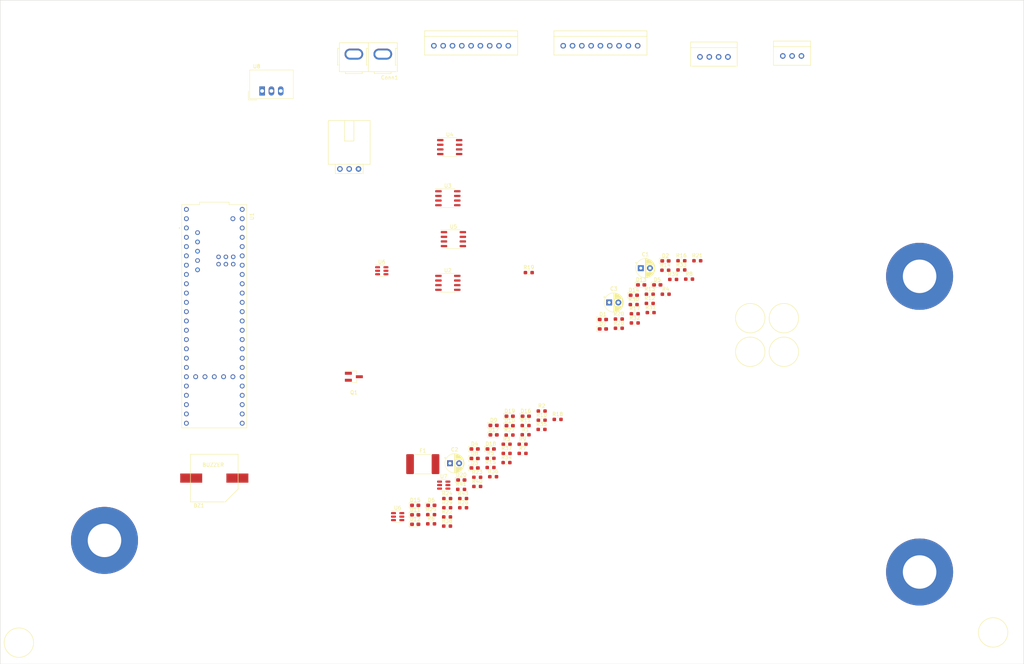
<source format=kicad_pcb>
(kicad_pcb (version 20211014) (generator pcbnew)
  (layers (0 "F.Cu" signal) (31 "B.Cu" signal) (34 "B.Paste" user) (35 "F.Paste" user) (36 "B.SilkS" user "B.Silkscreen") (37 "F.SilkS" user "F.Silkscreen") (38 "B.Mask" user) (39 "F.Mask" user) (44 "Edge.Cuts" user))
  (net 0 "")
  (net 1 "+5V")
  (net 2 "Net-(BZ1-Pad2)")
  (net 3 "Net-(C1-Pad1)")
  (net 4 "GND")
  (net 5 "+3.3V")
  (net 6 "Net-(Conn1-Pad1)")
  (net 7 "Net-(D1-Pad2)")
  (net 8 "Net-(D2-Pad2)")
  (net 9 "Net-(D3-Pad2)")
  (net 10 "Net-(D4-Pad2)")
  (net 11 "Net-(Conn1-Pad2)")
  (net 12 "Net-(D14-Pad1)")
  (net 13 "Net-(D15-Pad1)")
  (net 14 "Net-(D16-Pad1)")
  (net 15 "Net-(D17-Pad1)")
  (net 16 "Net-(D10-Pad1)")
  (net 17 "Net-(D10-Pad2)")
  (net 18 "Net-(D11-Pad2)")
  (net 19 "Net-(F1-Pad1)")
  (net 20 "Net-(F1-Pad2)")
  (net 21 "Net-(J1-Pad2)")
  (net 22 "cell8")
  (net 23 "cell7")
  (net 24 "call6")
  (net 25 "cell5")
  (net 26 "cell4")
  (net 27 "cell3")
  (net 28 "cell2")
  (net 29 "cell1")
  (net 30 "Net-(J4-Pad1)")
  (net 31 "GATE")
  (net 32 "Net-(J4-Pad3)")
  (net 33 "Net-(Q1-Pad2)")
  (net 34 "Net-(R1-Pad1)")
  (net 35 "PACK_OUT")
  (net 36 "Net-(R3-Pad1)")
  (net 37 "Net-(R5-Pad2)")
  (net 38 "Net-(R25-Pad2)")
  (net 39 "Net-(R10-Pad1)")
  (net 40 "Net-(R10-Pad2)")
  (net 41 "Net-(R11-Pad1)")
  (net 42 "Net-(R12-Pad1)")
  (net 43 "Net-(R12-Pad2)")
  (net 44 "Net-(R13-Pad1)")
  (net 45 "Net-(R14-Pad1)")
  (net 46 "Net-(R14-Pad2)")
  (net 47 "Net-(R15-Pad1)")
  (net 48 "Net-(R16-Pad1)")
  (net 49 "Net-(R16-Pad2)")
  (net 50 "Net-(R17-Pad1)")
  (net 51 "Net-(R18-Pad1)")
  (net 52 "Net-(R18-Pad2)")
  (net 53 "Net-(R19-Pad1)")
  (net 54 "Net-(R20-Pad1)")
  (net 55 "Net-(R20-Pad2)")
  (net 56 "Net-(R21-Pad1)")
  (net 57 "Net-(R22-Pad1)")
  (net 58 "Net-(R22-Pad2)")
  (net 59 "Net-(R23-Pad1)")
  (net 60 "Net-(R24-Pad1)")
  (net 61 "Net-(R24-Pad2)")
  (net 63 "Net-(U1-Pad12)")
  (net 64 "Net-(R41-Pad2)")
  (net 65 "Net-(R41-Pad3)")
  (net 66 "Net-(U1-Pad11)")
  (net 67 "Net-(Q10-Pad2)")
  (net 68 "/C1")
  (net 69 "/C2")
  (net 70 "/C3")
  (net 71 "Net-(U1-Pad3.3V_1)")
  (net 72 "/C4")
  (net 73 "/C5")
  (net 75 "/C6")
  (net 76 "/C7")
  (net 77 "/C8")
  (net 97 "Net-(U1-PadGND1)")
  (net 103 "Net-(U1-PadUSB_GND1)")
  (net 108 "Net-(R42-Pad2)")
  (net 109 "Net-(R42-Pad3)")
  (footprint "Resistor_SMD:R_0603_1608Metric_Pad0.98x0.95mm_HandSolder" (layer "F.Cu") (at 219.896 113.888)
    (fp_text reference "R30" (at 0 -1.43) (layer "F.SilkS"))
    (fp_text value "40k")
    (pad "1" smd roundrect (at -0.9125 0) (size 0.975 0.95) (layers "F.Cu" "F.Paste" "F.Mask") (net 14 "Net-(D16-Pad1)"))
    (pad "2" smd roundrect (at 0.9125 0) (size 0.975 0.95) (layers "F.Cu" "F.Paste" "F.Mask") (net 45 "Net-(R14-Pad1)"))
  )
  (footprint "MRDT_Drill_Holes:BATT_PWR_VIA" (layer "F.Cu") (at 297.942 186.944)
    (fp_text reference "V2" hide)
    (fp_text value "BATT_PWR_VIA" hide)
    (pad "1" thru_hole circle locked (at 0 0) (size 18.288 18.288) (drill 9.144) (layers *.Cu *.Mask) (net 11 "Net-(Conn1-Pad2)"))
  )
  (footprint "Resistor_SMD:R_0603_1608Metric_Pad0.98x0.95mm_HandSolder" (layer "F.Cu") (at 173.346 166.878)
    (fp_text reference "R43" (at 0 -1.43) (layer "F.SilkS"))
    (fp_text value "10k")
    (pad "1" smd roundrect (at -0.9125 0) (size 0.975 0.95) (layers "F.Cu" "F.Paste" "F.Mask") (net 4 "GND"))
    (pad "2" smd roundrect (at 0.9125 0) (size 0.975 0.95) (layers "F.Cu" "F.Paste" "F.Mask") (net 35 "PACK_OUT"))
  )
  (footprint "Resistor_SMD:R_0603_1608Metric_Pad0.98x0.95mm_HandSolder" (layer "F.Cu") (at 237.266 101.918)
    (fp_text reference "R21" (at 0 -1.43) (layer "F.SilkS"))
    (fp_text value "31.5k")
    (pad "1" smd roundrect (at -0.9125 0) (size 0.975 0.95) (layers "F.Cu" "F.Paste" "F.Mask") (net 56 "Net-(R21-Pad1)"))
    (pad "2" smd roundrect (at 0.9125 0) (size 0.975 0.95) (layers "F.Cu" "F.Paste" "F.Mask") (net 4 "GND"))
  )
  (footprint "LED_SMD:LED_0603_1608Metric_Pad1.05x0.95mm_HandSolder" (layer "F.Cu") (at 211.491 117.958)
    (fp_text reference "D1" (at 0 -1.43) (layer "F.SilkS"))
    (fp_text value "ERR")
    (pad "1" smd roundrect (at -0.875 0) (size 1.05 0.95) (layers "F.Cu" "F.Paste" "F.Mask") (net 4 "GND"))
    (pad "2" smd roundrect (at 0.875 0) (size 1.05 0.95) (layers "F.Cu" "F.Paste" "F.Mask") (net 7 "Net-(D1-Pad2)"))
  )
  (footprint "Resistor_SMD:R_0603_1608Metric_Pad0.98x0.95mm_HandSolder" (layer "F.Cu") (at 194.786 145.488)
    (fp_text reference "R10" (at 0 -1.43) (layer "F.SilkS"))
    (fp_text value "31.5k")
    (pad "1" smd roundrect (at -0.9125 0) (size 0.975 0.95) (layers "F.Cu" "F.Paste" "F.Mask") (net 39 "Net-(R10-Pad1)"))
    (pad "2" smd roundrect (at 0.9125 0) (size 0.975 0.95) (layers "F.Cu" "F.Paste" "F.Mask") (net 40 "Net-(R10-Pad2)"))
  )
  (footprint "Diode_SMD:D_0603_1608Metric_Pad1.05x0.95mm_HandSolder" (layer "F.Cu") (at 164.651 168.728)
    (fp_text reference "D6" (at 0 -1.43) (layer "F.SilkS"))
    (fp_text value "D_Schottky")
    (pad "1" smd roundrect (at -0.875 0) (size 1.05 0.95) (layers "F.Cu" "F.Paste" "F.Mask") (net 12 "Net-(D14-Pad1)"))
    (pad "2" smd roundrect (at 0.875 0) (size 1.05 0.95) (layers "F.Cu" "F.Paste" "F.Mask") (net 13 "Net-(D15-Pad1)"))
  )
  (footprint "Package_SO:SO-8_3.9x4.9mm_P1.27mm" (layer "F.Cu") (at 169.164 107.95)
    (fp_text reference "U2" (at 0 -3.4) (layer "F.SilkS"))
    (fp_text value "Opamp_Dual")
    (pad "1" smd roundrect (at -2.575 -1.905) (size 1.75 0.6) (layers "F.Cu" "F.Paste" "F.Mask") (net 43 "Net-(R12-Pad2)"))
    (pad "2" smd roundrect (at -2.575 -0.635) (size 1.75 0.6) (layers "F.Cu" "F.Paste" "F.Mask") (net 42 "Net-(R12-Pad1)"))
    (pad "3" smd roundrect (at -2.575 0.635) (size 1.75 0.6) (layers "F.Cu" "F.Paste" "F.Mask") (net 41 "Net-(R11-Pad1)"))
    (pad "4" smd roundrect (at -2.575 1.905) (size 1.75 0.6) (layers "F.Cu" "F.Paste" "F.Mask") (net 4 "GND"))
    (pad "5" smd roundrect (at 2.575 1.905) (size 1.75 0.6) (layers "F.Cu" "F.Paste" "F.Mask") (net 38 "Net-(R25-Pad2)"))
    (pad "6" smd roundrect (at 2.575 0.635) (size 1.75 0.6) (layers "F.Cu" "F.Paste" "F.Mask") (net 39 "Net-(R10-Pad1)"))
    (pad "7" smd roundrect (at 2.575 -0.635) (size 1.75 0.6) (layers "F.Cu" "F.Paste" "F.Mask") (net 40 "Net-(R10-Pad2)"))
    (pad "8" smd roundrect (at 2.575 -1.905) (size 1.75 0.6) (layers "F.Cu" "F.Paste" "F.Mask") (net 1 "+5V"))
  )
  (footprint "Resistor_SMD:R_0603_1608Metric_Pad0.98x0.95mm_HandSolder" (layer "F.Cu") (at 185.216 152.038)
    (fp_text reference "R3" (at 0 -1.43) (layer "F.SilkS"))
    (fp_text value "820")
    (pad "1" smd roundrect (at -0.9125 0) (size 0.975 0.95) (layers "F.Cu" "F.Paste" "F.Mask") (net 36 "Net-(R3-Pad1)"))
    (pad "2" smd roundrect (at 0.9125 0) (size 0.975 0.95) (layers "F.Cu" "F.Paste" "F.Mask") (net 4 "GND"))
  )
  (footprint "Resistor_SMD:R_0603_1608Metric_Pad0.98x0.95mm_HandSolder" (layer "F.Cu") (at 190.396 149.448)
    (fp_text reference "R1" (at 0 -1.43) (layer "F.SilkS"))
    (fp_text value "100K")
    (pad "1" smd roundrect (at -0.9125 0) (size 0.975 0.95) (layers "F.Cu" "F.Paste" "F.Mask") (net 34 "Net-(R1-Pad1)"))
    (pad "2" smd roundrect (at 0.9125 0) (size 0.975 0.95) (layers "F.Cu" "F.Paste" "F.Mask") (net 35 "PACK_OUT"))
  )
  (footprint "Resistor_SMD:R_0603_1608Metric_Pad0.98x0.95mm_HandSolder" (layer "F.Cu") (at 180.826 158.398)
    (fp_text reference "R15" (at 0 -1.43) (layer "F.SilkS"))
    (fp_text value "31.5k")
    (pad "1" smd roundrect (at -0.9125 0) (size 0.975 0.95) (layers "F.Cu" "F.Paste" "F.Mask") (net 47 "Net-(R15-Pad1)"))
    (pad "2" smd roundrect (at 0.9125 0) (size 0.975 0.95) (layers "F.Cu" "F.Paste" "F.Mask") (net 4 "GND"))
  )
  (footprint "Resistor_SMD:R_0603_1608Metric_Pad0.98x0.95mm_HandSolder" (layer "F.Cu") (at 180.826 155.888)
    (fp_text reference "R5" (at 0 -1.43) (layer "F.SilkS"))
    (fp_text value "100")
    (pad "1" smd roundrect (at -0.9125 0) (size 0.975 0.95) (layers "F.Cu" "F.Paste" "F.Mask") (net 7 "Net-(D1-Pad2)"))
    (pad "2" smd roundrect (at 0.9125 0) (size 0.975 0.95) (layers "F.Cu" "F.Paste" "F.Mask") (net 37 "Net-(R5-Pad2)"))
  )
  (footprint "MRDT_Drill_Holes:BATT_PWR_VIA" (layer "F.Cu") (at 297.942 106.172)
    (fp_text reference "V1" hide)
    (fp_text value "BATT_GND_VIA" hide)
    (pad "1" thru_hole circle locked (at 0 0) (size 18.288 18.288) (drill 9.144) (layers *.Cu *.Mask) (net 6 "Net-(Conn1-Pad1)"))
  )
  (footprint "Resistor_SMD:R_0603_1608Metric_Pad0.98x0.95mm_HandSolder" (layer "F.Cu") (at 191.262 105.156)
    (fp_text reference "R19" (at 0 -1.43) (layer "F.SilkS"))
    (fp_text value "31.5k")
    (pad "1" smd roundrect (at -0.9125 0) (size 0.975 0.95) (layers "F.Cu" "F.Paste" "F.Mask") (net 53 "Net-(R19-Pad1)"))
    (pad "2" smd roundrect (at 0.9125 0) (size 0.975 0.95) (layers "F.Cu" "F.Paste" "F.Mask") (net 4 "GND"))
  )
  (footprint "Package_TO_SOT_SMD:SOT-23_Handsoldering" (layer "F.Cu") (at 143.51 133.604)
    (fp_text reference "Q1" (at 0 4.318) (layer "F.SilkS"))
    (fp_text value "Q_NMOS_DGS")
    (pad "1" smd rect (at -1.5 -0.95) (size 1.9 0.8) (layers "F.Cu" "F.Paste" "F.Mask") (net 2 "Net-(BZ1-Pad2)"))
    (pad "2" smd rect (at -1.5 0.95) (size 1.9 0.8) (layers "F.Cu" "F.Paste" "F.Mask") (net 33 "Net-(Q1-Pad2)"))
    (pad "3" smd rect (at 1.5 0) (size 1.9 0.8) (layers "F.Cu" "F.Paste" "F.Mask") (net 4 "GND"))
  )
  (footprint "Resistor_SMD:R_0603_1608Metric_Pad0.98x0.95mm_HandSolder" (layer "F.Cu") (at 168.956 171.898)
    (fp_text reference "R22" (at 0 -1.43) (layer "F.SilkS"))
    (fp_text value "31.5k")
    (pad "1" smd roundrect (at -0.9125 0) (size 0.975 0.95) (layers "F.Cu" "F.Paste" "F.Mask") (net 57 "Net-(R22-Pad1)"))
    (pad "2" smd roundrect (at 0.9125 0) (size 0.975 0.95) (layers "F.Cu" "F.Paste" "F.Mask") (net 58 "Net-(R22-Pad2)"))
  )
  (footprint "Package_SO:SO-8_3.9x4.9mm_P1.27mm" (layer "F.Cu") (at 169.164 84.836)
    (fp_text reference "U3" (at 0 -3.4) (layer "F.SilkS"))
    (fp_text value "Opamp_Dual")
    (pad "1" smd roundrect (at -2.575 -1.905) (size 1.75 0.6) (layers "F.Cu" "F.Paste" "F.Mask") (net 49 "Net-(R16-Pad2)"))
    (pad "2" smd roundrect (at -2.575 -0.635) (size 1.75 0.6) (layers "F.Cu" "F.Paste" "F.Mask") (net 48 "Net-(R16-Pad1)"))
    (pad "3" smd roundrect (at -2.575 0.635) (size 1.75 0.6) (layers "F.Cu" "F.Paste" "F.Mask") (net 47 "Net-(R15-Pad1)"))
    (pad "4" smd roundrect (at -2.575 1.905) (size 1.75 0.6) (layers "F.Cu" "F.Paste" "F.Mask") (net 4 "GND"))
    (pad "5" smd roundrect (at 2.575 1.905) (size 1.75 0.6) (layers "F.Cu" "F.Paste" "F.Mask") (net 44 "Net-(R13-Pad1)"))
    (pad "6" smd roundrect (at 2.575 0.635) (size 1.75 0.6) (layers "F.Cu" "F.Paste" "F.Mask") (net 45 "Net-(R14-Pad1)"))
    (pad "7" smd roundrect (at 2.575 -0.635) (size 1.75 0.6) (layers "F.Cu" "F.Paste" "F.Mask") (net 46 "Net-(R14-Pad2)"))
    (pad "8" smd roundrect (at 2.575 -1.905) (size 1.75 0.6) (layers "F.Cu" "F.Paste" "F.Mask") (net 1 "+5V"))
  )
  (footprint "Resistor_SMD:R_0603_1608Metric_Pad0.98x0.95mm_HandSolder" (layer "F.Cu") (at 232.916 101.918)
    (fp_text reference "R16" (at 0 -1.43) (layer "F.SilkS"))
    (fp_text value "31.5k")
    (pad "1" smd roundrect (at -0.9125 0) (size 0.975 0.95) (layers "F.Cu" "F.Paste" "F.Mask") (net 48 "Net-(R16-Pad1)"))
    (pad "2" smd roundrect (at 0.9125 0) (size 0.975 0.95) (layers "F.Cu" "F.Paste" "F.Mask") (net 49 "Net-(R16-Pad2)"))
  )
  (footprint "Resistor_SMD:R_0603_1608Metric_Pad0.98x0.95mm_HandSolder" (layer "F.Cu") (at 189.566 152.038)
    (fp_text reference "R9" (at 0 -1.43) (layer "F.SilkS"))
    (fp_text value "31.5k")
    (pad "1" smd roundrect (at -0.9125 0) (size 0.975 0.95) (layers "F.Cu" "F.Paste" "F.Mask") (net 38 "Net-(R25-Pad2)"))
    (pad "2" smd roundrect (at 0.9125 0) (size 0.975 0.95) (layers "F.Cu" "F.Paste" "F.Mask") (net 4 "GND"))
  )
  (footprint "MRDT_Shields:Teensy_4_1" (layer "F.Cu") (at 105.41 117.094 -90)
    (fp_text reference "U1" (at -27.305 -10.295 90) (layer "F.SilkS"))
    (fp_text value "Teensy4.1_DEV-16771")
    (pad "0" thru_hole circle (at -26.67 7.62 270) (size 1.308 1.308) (drill 0.8) (layers *.Cu *.Mask) (net 67 "Net-(Q10-Pad2)"))
    (pad "1" thru_hole circle (at -24.13 7.62 270) (size 1.308 1.308) (drill 0.8) (layers *.Cu *.Mask) (net 68 "/C1"))
    (pad "2" thru_hole circle (at -21.59 7.62 270) (size 1.308 1.308) (drill 0.8) (layers *.Cu *.Mask) (net 69 "/C2"))
    (pad "3" thru_hole circle (at -19.05 7.62 270) (size 1.308 1.308) (drill 0.8) (layers *.Cu *.Mask) (net 70 "/C3"))
    (pad "3.3V_1" thru_hole circle (at 6.35 7.62 270) (size 1.308 1.308) (drill 0.8) (layers *.Cu *.Mask) (net 71 "Net-(U1-Pad3.3V_1)"))
    (pad "3.3V_2" thru_hole circle (at -24.13 -7.62 270) (size 1.308 1.308) (drill 0.8) (layers *.Cu *.Mask) (net 71 "Net-(U1-Pad3.3V_1)"))
    (pad "3.3V_3" thru_hole circle (at 16.51 2.54 270) (size 1.308 1.308) (drill 0.8) (layers *.Cu *.Mask) (net 71 "Net-(U1-Pad3.3V_1)"))
    (pad "4" thru_hole circle (at -16.51 7.62 270) (size 1.308 1.308) (drill 0.8) (layers *.Cu *.Mask) (net 72 "/C4"))
    (pad "5" thru_hole circle (at -13.97 7.62 270) (size 1.308 1.308) (drill 0.8) (layers *.Cu *.Mask) (net 73 "/C5"))
    (pad "5V" thru_hole circle (at -22.86 4.57 270) (size 1.258 1.258) (drill 0.75) (layers *.Cu *.Mask))
    (pad "6" thru_hole circle (at -11.43 7.62 270) (size 1.308 1.308) (drill 0.8) (layers *.Cu *.Mask) (net 75 "/C6"))
    (pad "7" thru_hole circle (at -8.89 7.62 270) (size 1.308 1.308) (drill 0.8) (layers *.Cu *.Mask) (net 76 "/C7"))
    (pad "8" thru_hole circle (at -6.35 7.62 270) (size 1.308 1.308) (drill 0.8) (layers *.Cu *.Mask) (net 77 "/C8"))
    (pad "9" thru_hole circle (at -3.81 7.62 270) (size 1.308 1.308) (drill 0.8) (layers *.Cu *.Mask))
    (pad "10" thru_hole circle (at -1.27 7.62 270) (size 1.308 1.308) (drill 0.8) (layers *.Cu *.Mask))
    (pad "11" thru_hole circle (at 1.27 7.62 270) (size 1.308 1.308) (drill 0.8) (layers *.Cu *.Mask))
    (pad "12" thru_hole circle (at 3.81 7.62 270) (size 1.308 1.308) (drill 0.8) (layers *.Cu *.Mask) (net 63 "Net-(U1-Pad12)"))
    (pad "13" thru_hole circle (at 3.81 -7.62 270) (size 1.308 1.308) (drill 0.8) (layers *.Cu *.Mask))
    (pad "14" thru_hole circle (at 1.27 -7.62 270) (size 1.308 1.308) (drill 0.8) (layers *.Cu *.Mask))
    (pad "15" thru_hole circle (at -1.27 -7.62 270) (size 1.308 1.308) (drill 0.8) (layers *.Cu *.Mask))
    (pad "16" thru_hole circle (at -3.81 -7.62 270) (size 1.308 1.308) (drill 0.8) (layers *.Cu *.Mask))
    (pad "17" thru_hole circle (at -6.35 -7.62 270) (size 1.308 1.308) (drill 0.8) (layers *.Cu *.Mask))
    (pad "18" thru_hole circle (at -8.89 -7.62 270) (size 1.308 1.308) (drill 0.8) (layers *.Cu *.Mask))
    (pad "19" thru_hole circle (at -11.43 -7.62 270) (size 1.308 1.308) (drill 0.8) (layers *.Cu *.Mask) (net 34 "Net-(R1-Pad1)"))
    (pad "20" thru_hole circle (at -13.97 -7.62 270) (size 1.308 1.308) (drill 0.8) (layers *.Cu *.Mask) (net 33 "Net-(Q1-Pad2)"))
    (pad "21" thru_hole circle (at -16.51 -7.62 270) (size 1.308 1.308) (drill 0.8) (layers *.Cu *.Mask) (net 21 "Net-(J1-Pad2)"))
    (pad "22" thru_hole circle (at -19.05 -7.62 270) (size 1.308 1.308) (drill 0.8) (layers *.Cu *.Mask) (net 37 "Net-(R5-Pad2)"))
    (pad "23" thru_hole circle (at -21.59 -7.62 270) (size 1.308 1.308) (drill 0.8) (layers *.Cu *.Mask) (net 61 "Net-(R24-Pad2)"))
    (pad "24" thru_hole circle (at 8.89 7.62 270) (size 1.308 1.308) (drill 0.8) (layers *.Cu *.Mask) (net 58 "Net-(R22-Pad2)"))
    (pad "25" thru_hole circle (at 11.43 7.62 270) (size 1.308 1.308) (drill 0.8) (layers *.Cu *.Mask) (net 55 "Net-(R20-Pad2)"))
    (pad "26" thru_hole circle (at 13.97 7.62 270) (size 1.308 1.308) (drill 0.8) (layers *.Cu *.Mask) (net 52 "Net-(R18-Pad2)"))
    (pad "27" thru_hole circle (at 16.51 7.62 270) (size 1.308 1.308) (drill 0.8) (layers *.Cu *.Mask) (net 49 "Net-(R16-Pad2)"))
    (pad "28" thru_hole circle (at 19.05 7.62 270) (size 1.308 1.308) (drill 0.8) (layers *.Cu *.Mask))
    (pad "29" thru_hole circle (at 21.59 7.62 270) (size 1.308 1.308) (drill 0.8) (layers *.Cu *.Mask))
    (pad "30" thru_hole circle (at 24.13 7.62 270) (size 1.308 1.308) (drill 0.8) (layers *.Cu *.Mask))
    (pad "31" thru_hole circle (at 26.67 7.62 270) (size 1.308 1.308) (drill 0.8) (layers *.Cu *.Mask))
    (pad "32" thru_hole circle (at 29.21 7.62 270) (size 1.308 1.308) (drill 0.8) (layers *.Cu *.Mask))
    (pad "33" thru_hole circle (at 29.21 -7.62 270) (size 1.308 1.308) (drill 0.8) (layers *.Cu *.Mask))
    (pad "34" thru_hole circle (at 26.67 -7.62 270) (size 1.308 1.308) (drill 0.8) (layers *.Cu *.Mask))
    (pad "35" thru_hole circle (at 24.13 -7.62 270) (size 1.308 1.308) (drill 0.8) (layers *.Cu *.Mask))
    (pad "36" thru_hole circle (at 21.59 -7.62 270) (size 1.308 1.308) (drill 0.8) (layers *.Cu *.Mask))
    (pad "37" thru_hole circle (at 19.05 -7.62 270) (size 1.308 1.308) (drill 0.8) (layers *.Cu *.Mask))
    (pad "38" thru_hole circle (at 16.51 -7.62 270) (size 1.308 1.308) (drill 0.8) (layers *.Cu *.Mask) (net 46 "Net-(R14-Pad2)"))
    (pad "39" thru_hole circle (at 13.97 -7.62 270) (size 1.308 1.308) (drill 0.8) (layers *.Cu *.Mask) (net 43 "Net-(R12-Pad2)"))
    (pad "40" thru_hole circle (at 11.43 -7.62 270) (size 1.308 1.308) (drill 0.8) (layers *.Cu *.Mask) (net 40 "Net-(R10-Pad2)"))
    (pad "41" thru_hole circle (at 8.89 -7.62 270) (size 1.308 1.308) (drill 0.8) (layers *.Cu *.Mask) (net 31 "GATE"))
    (pad "D+" thru_hole circle (at -17.78 4.57 270) (size 1.258 1.258) (drill 0.75) (layers *.Cu *.Mask))
    (pad "D-" thru_hole circle (at -20.32 4.57 270) (size 1.258 1.258) (drill 0.75) (layers *.Cu *.Mask))
    (pad "GND1" thru_hole circle (at -29.21 7.62 270) (size 1.308 1.308) (drill 0.8) (layers *.Cu *.Mask) (net 97 "Net-(U1-PadGND1)"))
    (pad "GND2" thru_hole circle (at 6.35 -7.62 270) (size 1.308 1.308) (drill 0.8) (layers *.Cu *.Mask) (net 97 "Net-(U1-PadGND1)"))
    (pad "GND3" thru_hole circle (at -26.67 -7.62 270) (size 1.308 1.308) (drill 0.8) (layers *.Cu *.Mask) (net 97 "Net-(U1-PadGND1)"))
    (pad "GND4" thru_hole circle (at 16.51 0 270) (size 1.308 1.308) (drill 0.8) (layers *.Cu *.Mask) (net 97 "Net-(U1-PadGND1)"))
    (pad "GND5" thru_hole circle (at -14.24 -3.17 270) (size 1.208 1.208) (drill 0.7) (layers *.Cu *.Mask) (net 97 "Net-(U1-PadGND1)"))
    (pad "LED" thru_hole circle (at -16.24 -3.17 270) (size 1.208 1.208) (drill 0.7) (layers *.Cu *.Mask))
    (pad "ON/OFF" thru_hole circle (at 16.51 -5.08 270) (size 1.308 1.308) (drill 0.8) (layers *.Cu *.Mask))
    (pad "PROGRAM" thru_hole circle (at 16.51 -2.54 270) (size 1.308 1.308) (drill 0.8) (layers *.Cu *.Mask))
    (pad "R+" thru_hole circle (at -16.24 -5.17 270) (size 1.208 1.208) (drill 0.7) (layers *.Cu *.Mask))
    (pad "R-" thru_hole circle (at -14.24 -5.17 270) (size 1.208 1.208) (drill 0.7) (layers *.Cu *.Mask))
    (pad "T+" thru_hole circle (at -14.24 -1.17 270) (size 1.208 1.208) (drill 0.7) (layers *.Cu *.Mask))
    (pad "T-" thru_hole circle (at -16.24 -1.17 270) (size 1.208 1.208) (drill 0.7) (layers *.Cu *.Mask))
    (pad "USB_GND1" thru_hole circle (at -15.24 4.57 270) (size 1.258 1.258) (drill 0.75) (layers *.Cu *.Mask) (net 103 "Net-(U1-PadUSB_GND1)"))
    (pad "USB_GND2" thru_hole circle (at -12.7 4.57 270) (size 1.258 1.258) (drill 0.75) (layers *.Cu *.Mask) (net 103 "Net-(U1-PadUSB_GND1)"))
    (pad "VBAT" thru_hole circle (at 16.51 5.08 270) (size 1.308 1.308) (drill 0.8) (layers *.Cu *.Mask))
    (pad "VIN" thru_hole circle (at -29.21 -7.62 270) (size 1.308 1.308) (drill 0.8) (layers *.Cu *.Mask))
    (pad "VUSB" thru_hole circle (at -26.67 -5.08 270) (size 1.308 1.308) (drill 0.8) (layers *.Cu *.Mask))
  )
  (footprint "Diode_SMD:D_0603_1608Metric_Pad1.05x0.95mm_HandSolder" (layer "F.Cu") (at 181.661 149.478)
    (fp_text reference "D17" (at 0 -1.43) (layer "F.SilkS"))
    (fp_text value "D_Zener")
    (pad "1" smd roundrect (at -0.875 0) (size 1.05 0.95) (layers "F.Cu" "F.Paste" "F.Mask") (net 15 "Net-(D17-Pad1)"))
    (pad "2" smd roundrect (at 0.875 0) (size 1.05 0.95) (layers "F.Cu" "F.Paste" "F.Mask") (net 4 "GND"))
  )
  (footprint "Capacitor_THT:CP_Radial_D5.0mm_P2.50mm" (layer "F.Cu") (at 221.835775 103.938)
    (fp_text reference "C1" (at 1.25 -3.75) (layer "F.SilkS"))
    (fp_text value "22uF")
    (pad "1" thru_hole rect (at 0 0) (size 1.6 1.6) (drill 0.8) (layers *.Cu *.Mask) (net 3 "Net-(C1-Pad1)"))
    (pad "2" thru_hole circle (at 2.5 0) (size 1.6 1.6) (drill 0.8) (layers *.Cu *.Mask) (net 4 "GND"))
  )
  (footprint "Resistor_SMD:R_0603_1608Metric_Pad0.98x0.95mm_HandSolder" (layer "F.Cu") (at 168.996 166.878)
    (fp_text reference "R24" (at 0 -1.43) (layer "F.SilkS"))
    (fp_text value "31.5k")
    (pad "1" smd roundrect (at -0.9125 0) (size 0.975 0.95) (layers "F.Cu" "F.Paste" "F.Mask") (net 60 "Net-(R24-Pad1)"))
    (pad "2" smd roundrect (at 0.9125 0) (size 0.975 0.95) (layers "F.Cu" "F.Paste" "F.Mask") (net 61 "Net-(R24-Pad2)"))
  )
  (footprint "MRDT_Connectors:MOLEX_SL_03_Vertical" (layer "F.Cu") (at 260.604 45.974)
    (fp_text reference "J1" hide)
    (fp_text value "Conn_01x03")
    (pad "1" thru_hole circle locked (at 0 0) (size 1.524 1.524) (drill 0.9) (layers *.Cu *.Mask) (net 5 "+3.3V"))
    (pad "2" thru_hole circle locked (at 2.54 0) (size 1.524 1.524) (drill 0.9) (layers *.Cu *.Mask) (net 21 "Net-(J1-Pad2)"))
    (pad "3" thru_hole circle locked (at 5.08 0) (size 1.524 1.524) (drill 0.9) (layers *.Cu *.Mask) (net 4 "GND"))
  )
  (footprint "Diode_SMD:D_0603_1608Metric_Pad1.05x0.95mm_HandSolder" (layer "F.Cu") (at 190.441 144.388)
    (fp_text reference "D16" (at 0 -1.43) (layer "F.SilkS"))
    (fp_text value "D_Zener")
    (pad "1" smd roundrect (at -0.875 0) (size 1.05 0.95) (layers "F.Cu" "F.Paste" "F.Mask") (net 14 "Net-(D16-Pad1)"))
    (pad "2" smd roundrect (at 0.875 0) (size 1.05 0.95) (layers "F.Cu" "F.Paste" "F.Mask") (net 4 "GND"))
  )
  (footprint "Resistor_SMD:R_0603_1608Metric_Pad0.98x0.95mm_HandSolder" (layer "F.Cu") (at 177.186 161.068)
    (fp_text reference "R23" (at 0 -1.43) (layer "F.SilkS"))
    (fp_text value "31.5k")
    (pad "1" smd roundrect (at -0.9125 0) (size 0.975 0.95) (layers "F.Cu" "F.Paste" "F.Mask") (net 59 "Net-(R23-Pad1)"))
    (pad "2" smd roundrect (at 0.9125 0) (size 0.975 0.95) (layers "F.Cu" "F.Paste" "F.Mask") (net 4 "GND"))
  )
  (footprint "Capacitor_THT:CP_Radial_D5.0mm_P2.50mm" (layer "F.Cu") (at 213.205775 113.318)
    (fp_text reference "C3" (at 1.25 -3.75) (layer "F.SilkS"))
    (fp_text value "10uF")
    (pad "1" thru_hole rect (at 0 0) (size 1.6 1.6) (drill 0.8) (layers *.Cu *.Mask) (net 5 "+3.3V"))
    (pad "2" thru_hole circle (at 2.5 0) (size 1.6 1.6) (drill 0.8) (layers *.Cu *.Mask) (net 4 "GND"))
  )
  (footprint "Package_TO_SOT_SMD:SOT-23-6" (layer "F.Cu") (at 168.046 163.208)
    (fp_text reference "U7" (at 0 -2.4) (layer "F.SilkS"))
    (fp_text value "INA195")
    (pad "1" smd roundrect (at -1.1375 -0.95) (size 1.325 0.6) (layers "F.Cu" "F.Paste" "F.Mask") (net 66 "Net-(U1-Pad11)"))
    (pad "2" smd roundrect (at -1.1375 0) (size 1.325 0.6) (layers "F.Cu" "F.Paste" "F.Mask") (net 4 "GND"))
    (pad "3" smd roundrect (at -1.1375 0.95) (size 1.325 0.6) (layers "F.Cu" "F.Paste" "F.Mask") (net 65 "Net-(R41-Pad3)"))
    (pad "4" smd roundrect (at 1.1375 0.95) (size 1.325 0.6) (layers "F.Cu" "F.Paste" "F.Mask") (net 64 "Net-(R41-Pad2)"))
    (pad "5" smd roundrect (at 1.1375 0) (size 1.325 0.6) (layers "F.Cu" "F.Paste" "F.Mask") (net 5 "+3.3V"))
    (pad "6" smd roundrect (at 1.1375 -0.95) (size 1.325 0.6) (layers "F.Cu" "F.Paste" "F.Mask"))
  )
  (footprint "Resistor_SMD:R_0603_1608Metric_Pad0.98x0.95mm_HandSolder" (layer "F.Cu") (at 199.136 145.258)
    (fp_text reference "R18" (at 0 -1.43) (layer "F.SilkS"))
    (fp_text value "31.5k")
    (pad "1" smd roundrect (at -0.9125 0) (size 0.975 0.95) (layers "F.Cu" "F.Paste" "F.Mask") (net 51 "Net-(R18-Pad1)"))
    (pad "2" smd roundrect (at 0.9125 0) (size 0.975 0.95) (layers "F.Cu" "F.Paste" "F.Mask") (net 52 "Net-(R18-Pad2)"))
  )
  (footprint "MRDT_Drill_Holes:4_40_Hole" (layer "F.Cu") (at 251.714 126.782)
    (fp_text reference "H5" hide)
    (fp_text value "MountingHole" hide)
    (pad "" np_thru_hole circle locked (at 0 0) (size 2.9464 2.9464) (drill 2.9464) (layers *.Cu *.Mask) (clearance 2.5))
  )
  (footprint "Resistor_SMD:R_0603_1608Metric_Pad0.98x0.95mm_HandSolder" (layer "F.Cu") (at 168.956 174.408)
    (fp_text reference "R38" (at 0 -1.43) (layer "F.SilkS"))
    (fp_text value "40k")
    (pad "1" smd roundrect (at -0.9125 0) (size 0.975 0.95) (layers "F.Cu" "F.Paste" "F.Mask") (net 18 "Net-(D11-Pad2)"))
    (pad "2" smd roundrect (at 0.9125 0) (size 0.975 0.95) (layers "F.Cu" "F.Paste" "F.Mask") (net 57 "Net-(R22-Pad1)"))
  )
  (footprint "MRDT_Drill_Holes:4_40_Hole" (layer "F.Cu") (at 260.894 126.782)
    (fp_text reference "H1" hide)
    (fp_text value "MountingHole" hide)
    (pad "" np_thru_hole circle locked (at 0 0) (size 2.9464 2.9464) (drill 2.9464) (layers *.Cu *.Mask) (clearance 2.5))
  )
  (footprint "MRDT_Connectors:MOLEX_SL_09_Vertical" (layer "F.Cu") (at 165.354 43.18)
    (fp_text reference "J2" hide)
    (fp_text value "Conn_01x09")
    (pad "1" thru_hole circle locked (at 0 0) (size 1.524 1.524) (drill 0.9) (layers *.Cu *.Mask) (net 4 "GND"))
    (pad "2" thru_hole circle locked (at 2.54 0) (size 1.524 1.524) (drill 0.9) (layers *.Cu *.Mask) (net 22 "cell8"))
    (pad "3" thru_hole circle locked (at 5.08 0) (size 1.524 1.524) (drill 0.9) (layers *.Cu *.Mask) (net 23 "cell7"))
    (pad "4" thru_hole circle locked (at 7.62 0) (size 1.524 1.524) (drill 0.9) (layers *.Cu *.Mask) (net 24 "call6"))
    (pad "5" thru_hole circle locked (at 10.16 0) (size 1.524 1.524) (drill 0.9) (layers *.Cu *.Mask) (net 25 "cell5"))
    (pad "6" thru_hole circle locked (at 12.7 0) (size 1.524 1.524) (drill 0.9) (layers *.Cu *.Mask) (net 26 "cell4"))
    (pad "7" thru_hole circle locked (at 15.24 0) (size 1.524 1.524) (drill 0.9) (layers *.Cu *.Mask) (net 27 "cell3"))
    (pad "8" thru_hole circle locked (at 17.78 0) (size 1.524 1.524) (drill 0.9) (layers *.Cu *.Mask) (net 28 "cell2"))
    (pad "9" thru_hole circle locked (at 20.32 0) (size 1.524 1.524) (drill 0.9) (layers *.Cu *.Mask) (net 29 "cell1"))
  )
  (footprint "LED_SMD:LED_0603_1608Metric_Pad1.05x0.95mm_HandSolder" (layer "F.Cu") (at 176.481 153.338)
    (fp_text reference "D4" (at 0 -1.43) (layer "F.SilkS"))
    (fp_text value "3V3")
    (pad "1" smd roundrect (at -0.875 0) (size 1.05 0.95) (layers "F.Cu" "F.Paste" "F.Mask") (net 4 "GND"))
    (pad "2" smd roundrect (at 0.875 0) (size 1.05 0.95) (layers "F.Cu" "F.Paste" "F.Mask") (net 10 "Net-(D4-Pad2)"))
  )
  (footprint "Resistor_SMD:R_0603_1608Metric_Pad0.98x0.95mm_HandSolder" (layer "F.Cu") (at 194.746 147.998)
    (fp_text reference "R35" (at 0 -1.43) (layer "F.SilkS"))
    (fp_text value "40k")
    (pad "1" smd roundrect (at -0.9125 0) (size 0.975 0.95) (layers "F.Cu" "F.Paste" "F.Mask") (net 16 "Net-(D10-Pad1)"))
    (pad "2" smd roundrect (at 0.9125 0) (size 0.975 0.95) (layers "F.Cu" "F.Paste" "F.Mask") (net 53 "Net-(R19-Pad1)"))
  )
  (footprint "Diode_SMD:D_0603_1608Metric_Pad1.05x0.95mm_HandSolder" (layer "F.Cu") (at 186.051 146.978)
    (fp_text reference "D10" (at 0 -1.43) (layer "F.SilkS"))
    (fp_text value "D_Schottky")
    (pad "1" smd roundrect (at -0.875 0) (size 1.05 0.95) (layers "F.Cu" "F.Paste" "F.Mask") (net 16 "Net-(D10-Pad1)"))
    (pad "2" smd roundrect (at 0.875 0) (size 1.05 0.95) (layers "F.Cu" "F.Paste" "F.Mask") (net 17 "Net-(D10-Pad2)"))
  )
  (footprint "Resistor_SMD:R_0603_1608Metric_Pad0.98x0.95mm_HandSolder" (layer "F.Cu") (at 181.536 160.908)
    (fp_text reference "R36" (at 0 -1.43) (layer "F.SilkS"))
    (fp_text value "40k")
    (pad "1" smd roundrect (at -0.9125 0) (size 0.975 0.95) (layers "F.Cu" "F.Paste" "F.Mask") (net 17 "Net-(D10-Pad2)"))
    (pad "2" smd roundrect (at 0.9125 0) (size 0.975 0.95) (layers "F.Cu" "F.Paste" "F.Mask") (net 54 "Net-(R20-Pad1)"))
  )
  (footprint "Diode_SMD:D_0603_1608Metric_Pad1.05x0.95mm_HandSolder" (layer "F.Cu") (at 211.491 120.548)
    (fp_text reference "D7" (at 0 -1.43) (layer "F.SilkS"))
    (fp_text value "D_Schottky")
    (pad "1" smd roundrect (at -0.875 0) (size 1.05 0.95) (layers "F.Cu" "F.Paste" "F.Mask") (net 13 "Net-(D15-Pad1)"))
    (pad "2" smd roundrect (at 0.875 0) (size 1.05 0.95) (layers "F.Cu" "F.Paste" "F.Mask") (net 14 "Net-(D16-Pad1)"))
  )
  (footprint "Package_TO_SOT_SMD:SOT-23-6" (layer "F.Cu") (at 151.13 104.648)
    (fp_text reference "U6" (at 0 -2.4) (layer "F.SilkS"))
    (fp_text value "INA195")
    (pad "1" smd roundrect (at -1.1375 -0.95) (size 1.325 0.6) (layers "F.Cu" "F.Paste" "F.Mask") (net 63 "Net-(U1-Pad12)"))
    (pad "2" smd roundrect (at -1.1375 0) (size 1.325 0.6) (layers "F.Cu" "F.Paste" "F.Mask") (net 4 "GND"))
    (pad "3" smd roundrect (at -1.1375 0.95) (size 1.325 0.6) (layers "F.Cu" "F.Paste" "F.Mask") (net 108 "Net-(R42-Pad2)"))
    (pad "4" smd roundrect (at 1.1375 0.95) (size 1.325 0.6) (layers "F.Cu" "F.Paste" "F.Mask") (net 109 "Net-(R42-Pad3)"))
    (pad "5" smd roundrect (at 1.1375 0) (size 1.325 0.6) (layers "F.Cu" "F.Paste" "F.Mask") (net 5 "+3.3V"))
    (pad "6" smd roundrect (at 1.1375 -0.95) (size 1.325 0.6) (layers "F.Cu" "F.Paste" "F.Mask"))
  )
  (footprint "MRDT_Connectors:MOLEX_SL_03_Horizontal" (layer "F.Cu") (at 139.7 76.835)
    (fp_text reference "SW1" hide)
    (fp_text value "SW_SPDT")
    (pad "" np_thru_hole circle locked (at 6.35 -8.636) (size 3.45 3.45) (drill 3.45) (layers *.Cu *.Mask))
    (pad "" np_thru_hole circle locked (at -1.27 -8.636) (size 3.45 3.45) (drill 3.45) (layers *.Cu *.Mask))
    (pad "1" thru_hole circle locked (at 0 0) (size 1.524 1.524) (drill 0.9) (layers *.Cu *.Mask) (net 20 "Net-(F1-Pad2)"))
    (pad "2" thru_hole circle locked (at 2.54 0) (size 1.524 1.524) (drill 0.9) (layers *.Cu *.Mask) (net 3 "Net-(C1-Pad1)"))
    (pad "3" thru_hole circle locked (at 5.08 0) (size 1.524 1.524) (drill 0.762) (layers *.Cu *.Mask))
  )
  (footprint "MRDT_Devices:BUZZER_SMI_1324_TW_5V_2_R" (layer "F.Cu") (at 98.91 161.29)
    (fp_text reference "BZ1" (at 2.3 7.5) (layer "F.SilkS"))
    (fp_text value "Buzzer")
    (fp_text user "BUZZER" (at 6.2 -3.6) (layer "F.SilkS"))
    (pad "1" smd rect locked (at 0.2 0) (size 6 2.5) (layers "F.Cu" "F.Paste" "F.Mask") (net 1 "+5V"))
    (pad "2" smd rect locked (at 12.8 0) (size 6 2.5) (layers "F.Cu" "F.Paste" "F.Mask") (net 2 "Net-(BZ1-Pad2)"))
  )
  (footprint "Resistor_SMD:R_0603_1608Metric_Pad0.98x0.95mm_HandSolder" (layer "F.Cu") (at 224.286 113.568)
    (fp_text reference "R12" (at 0 -1.43) (layer "F.SilkS"))
    (fp_text value "31.5k")
    (pad "1" smd roundrect (at -0.9125 0) (size 0.975 0.95) (layers "F.Cu" "F.Paste" "F.Mask") (net 42 "Net-(R12-Pad1)"))
    (pad "2" smd roundrect (at 0.9125 0) (size 0.975 0.95) (layers "F.Cu" "F.Paste" "F.Mask") (net 43 "Net-(R12-Pad2)"))
  )
  (footprint "Resistor_SMD:R_0603_1608Metric_Pad0.98x0.95mm_HandSolder" (layer "F.Cu") (at 194.786 142.978)
    (fp_text reference "R2" (at 0 -1.43) (layer "F.SilkS"))
    (fp_text value "4.7k")
    (pad "1" smd roundrect (at -0.9125 0) (size 0.975 0.95) (layers "F.Cu" "F.Paste" "F.Mask") (net 4 "GND"))
    (pad "2" smd roundrect (at 0.9125 0) (size 0.975 0.95) (layers "F.Cu" "F.Paste" "F.Mask") (net 33 "Net-(Q1-Pad2)"))
  )
  (footprint "Diode_SMD:D_0603_1608Metric_Pad1.05x0.95mm_HandSolder" (layer "F.Cu") (at 172.841 161.818)
    (fp_text reference "D20" (at 0 -1.43) (layer "F.SilkS"))
    (fp_text value "D_Zener")
    (pad "1" smd roundrect (at -0.875 0) (size 1.05 0.95) (layers "F.Cu" "F.Paste" "F.Mask") (net 18 "Net-(D11-Pad2)"))
    (pad "2" smd roundrect (at 0.875 0) (size 1.05 0.95) (layers "F.Cu" "F.Paste" "F.Mask") (net 4 "GND"))
  )
  (footprint "MRDT_Drill_Holes:4_40_Hole" (layer "F.Cu") (at 52.07 206.248)
    (fp_text reference "H4" hide)
    (fp_text value "MountingHole" hide)
    (pad "" np_thru_hole circle locked (at 0 0) (size 2.9464 2.9464) (drill 2.9464) (layers *.Cu *.Mask) (clearance 2.5))
  )
  (footprint "Capacitor_THT:CP_Radial_D5.0mm_P2.50mm" (layer "F.Cu") (at 169.745775 157.248)
    (fp_text reference "C2" (at 1.25 -3.75) (layer "F.SilkS"))
    (fp_text value "1uF")
    (pad "1" thru_hole rect (at 0 0) (size 1.6 1.6) (drill 0.8) (layers *.Cu *.Mask) (net 5 "+3.3V"))
    (pad "2" thru_hole circle (at 2.5 0) (size 1.6 1.6) (drill 0.8) (layers *.Cu *.Mask) (net 4 "GND"))
  )
  (footprint "Diode_SMD:D_0603_1608Metric_Pad1.05x0.95mm_HandSolder" (layer "F.Cu") (at 180.871 153.338)
    (fp_text reference "D18" (at 0 -1.43) (layer "F.SilkS"))
    (fp_text value "D_Zener")
    (pad "1" smd roundrect (at -0.875 0) (size 1.05 0.95) (layers "F.Cu" "F.Paste" "F.Mask") (net 16 "Net-(D10-Pad1)"))
    (pad "2" smd roundrect (at 0.875 0) (size 1.05 0.95) (layers "F.Cu" "F.Paste" "F.Mask") (net 4 "GND"))
  )
  (footprint "Resistor_SMD:R_0603_1608Metric_Pad0.98x0.95mm_HandSolder" (layer "F.Cu") (at 224.286 111.058)
    (fp_text reference "R13" (at 0 -1.43) (layer "F.SilkS"))
    (fp_text value "31.5k")
    (pad "1" smd roundrect (at -0.9125 0) (size 0.975 0.95) (layers "F.Cu" "F.Paste" "F.Mask") (net 44 "Net-(R13-Pad1)"))
    (pad "2" smd roundrect (at 0.9125 0) (size 0.975 0.95) (layers "F.Cu" "F.Paste" "F.Mask") (net 4 "GND"))
  )
  (footprint "MRDT_Connectors:MOLEX_SL_04_Vertical" (layer "F.Cu") (at 237.998 46.228)
    (fp_text reference "J4" hide)
    (fp_text value "Conn_01x04")
    (pad "1" thru_hole circle locked (at 0 0) (size 1.524 1.524) (drill 0.9) (layers *.Cu *.Mask) (net 30 "Net-(J4-Pad1)"))
    (pad "2" thru_hole circle locked (at 2.54 0) (size 1.524 1.524) (drill 0.9) (layers *.Cu *.Mask) (net 31 "GATE"))
    (pad "3" thru_hole circle locked (at 5.08 0) (size 1.524 1.524) (drill 0.9) (layers *.Cu *.Mask) (net 32 "Net-(J4-Pad3)"))
    (pad "4" thru_hole circle locked (at 7.62 0) (size 1.524 1.524) (drill 0.9) (layers *.Cu *.Mask) (net 4 "GND"))
    (pad "4" thru_hole circle locked (at 7.62 0) (size 1.524 1.524) (drill 0.9) (layers *.Cu *.Mask) (net 4 "GND"))
  )
  (footprint "Resistor_SMD:R_0603_1608Metric_Pad0.98x0.95mm_HandSolder" (layer "F.Cu") (at 172.796 164.368)
    (fp_text reference "R41" (at 0 -1.43) (layer "F.SilkS"))
    (fp_text value "4k")
    (pad "1" smd roundrect (at -0.9125 0) (size 0.975 0.95) (layers "F.Cu" "F.Paste" "F.Mask") (net 32 "Net-(J4-Pad3)"))
    (pad "2" smd roundrect (at 0.9125 0) (size 0.975 0.95) (layers "F.Cu" "F.Paste" "F.Mask") (net 35 "PACK_OUT"))
  )
  (footprint "Resistor_SMD:R_0603_1608Metric_Pad0.98x0.95mm_HandSolder" (layer "F.Cu") (at 186.006 149.528)
    (fp_text reference "R27" (at 0 -1.43) (layer "F.SilkS"))
    (fp_text value "40k")
    (pad "1" smd roundrect (at -0.9125 0) (size 0.975 0.95) (layers "F.Cu" "F.Paste" "F.Mask") (net 12 "Net-(D14-Pad1)"))
    (pad "2" smd roundrect (at 0.9125 0) (size 0.975 0.95) (layers "F.Cu" "F.Paste" "F.Mask") (net 41 "Net-(R11-Pad1)"))
  )
  (footprint "Resistor_SMD:R_0603_1608Metric_Pad0.98x0.95mm_HandSolder" (layer "F.Cu") (at 235.026 106.938)
    (fp_text reference "R8" (at 0 -1.43) (layer "F.SilkS"))
    (fp_text value "100")
    (pad "1" smd roundrect (at -0.9125 0) (size 0.975 0.95) (layers "F.Cu" "F.Paste" "F.Mask") (net 10 "Net-(D4-Pad2)"))
    (pad "2" smd roundrect (at 0.9125 0) (size 0.975 0.95) (layers "F.Cu" "F.Paste" "F.Mask") (net 5 "+3.3V"))
  )
  (footprint "Diode_SMD:D_0603_1608Metric_Pad1.05x0.95mm_HandSolder" (layer "F.Cu") (at 186.051 144.388)
    (fp_text reference "D19" (at 0 -1.43) (layer "F.SilkS"))
    (fp_text value "D_Zener")
    (pad "1" smd roundrect (at -0.875 0) (size 1.05 0.95) (layers "F.Cu" "F.Paste" "F.Mask") (net 17 "Net-(D10-Pad2)"))
    (pad "2" smd roundrect (at 0.875 0) (size 1.05 0.95) (layers "F.Cu" "F.Paste" "F.Mask") (net 4 "GND"))
  )
  (footprint "Diode_SMD:D_0603_1608Metric_Pad1.05x0.95mm_HandSolder" (layer "F.Cu") (at 219.941 111.338)
    (fp_text reference "D14" (at 0 -1.43) (layer "F.SilkS"))
    (fp_text value "D_Zener")
    (pad "1" smd roundrect (at -0.875 0) (size 1.05 0.95) (layers "F.Cu" "F.Paste" "F.Mask") (net 12 "Net-(D14-Pad1)"))
    (pad "2" smd roundrect (at 0.875 0) (size 1.05 0.95) (layers "F.Cu" "F.Paste" "F.Mask") (net 4 "GND"))
  )
  (footprint "Package_TO_SOT_SMD:SOT-23-6" (layer "F.Cu") (at 155.466 171.818)
    (fp_text reference "U6" (at 0 -2.4) (layer "F.SilkS"))
    (fp_text value "INA195")
    (pad "1" smd roundrect (at -1.1375 -0.95) (size 1.325 0.6) (layers "F.Cu" "F.Paste" "F.Mask") (net 63 "Net-(U1-Pad12)"))
    (pad "2" smd roundrect (at -1.1375 0) (size 1.325 0.6) (layers "F.Cu" "F.Paste" "F.Mask") (net 4 "GND"))
    (pad "3" smd roundrect (at -1.1375 0.95) (size 1.325 0.6) (layers "F.Cu" "F.Paste" "F.Mask") (net 64 "Net-(R41-Pad2)"))
    (pad "4" smd roundrect (at 1.1375 0.95) (size 1.325 0.6) (layers "F.Cu" "F.Paste" "F.Mask") (net 65 "Net-(R41-Pad3)"))
    (pad "5" smd roundrect (at 1.1375 0) (size 1.325 0.6) (layers "F.Cu" "F.Paste" "F.Mask") (net 5 "+3.3V"))
    (pad "6" smd roundrect (at 1.1375 -0.95) (size 1.325 0.6) (layers "F.Cu" "F.Paste" "F.Mask"))
  )
  (footprint "Resistor_SMD:R_0603_1608Metric_Pad0.98x0.95mm_HandSolder" (layer "F.Cu") (at 230.676 107.018)
    (fp_text reference "R39" (at 0 -1.43) (layer "F.SilkS"))
    (fp_text value "40k")
    (pad "1" smd roundrect (at -0.9125 0) (size 0.975 0.95) (layers "F.Cu" "F.Paste" "F.Mask") (net 18 "Net-(D11-Pad2)"))
    (pad "2" smd roundrect (at 0.9125 0) (size 0.975 0.95) (layers "F.Cu" "F.Paste" "F.Mask") (net 59 "Net-(R23-Pad1)"))
  )
  (footprint "Resistor_SMD:R_0603_1608Metric_Pad0.98x0.95mm_HandSolder" (layer "F.Cu") (at 220.186 116.398)
    (fp_text reference "R17" (at 0 -1.43) (layer "F.SilkS"))
    (fp_text value "31.5k")
    (pad "1" smd roundrect (at -0.9125 0) (size 0.975 0.95) (layers "F.Cu" "F.Paste" "F.Mask") (net 50 "Net-(R17-Pad1)"))
    (pad "2" smd roundrect (at 0.9125 0) (size 0.975 0.95) (layers "F.Cu" "F.Paste" "F.Mask") (net 4 "GND"))
  )
  (footprint "Diode_SMD:D_0603_1608Metric_Pad1.05x0.95mm_HandSolder" (layer "F.Cu") (at 160.261 168.728)
    (fp_text reference "D15" (at 0 -1.43) (layer "F.SilkS"))
    (fp_text value "D_Zener")
    (pad "1" smd roundrect (at -0.875 0) (size 1.05 0.95) (layers "F.Cu" "F.Paste" "F.Mask") (net 13 "Net-(D15-Pad1)"))
    (pad "2" smd roundrect (at 0.875 0) (size 1.05 0.95) (layers "F.Cu" "F.Paste" "F.Mask") (net 4 "GND"))
  )
  (footprint "Resistor_SMD:R_0603_1608Metric_Pad0.98x0.95mm_HandSolder" (layer "F.Cu") (at 189.566 154.548)
    (fp_text reference "R7" (at 0 -1.43) (layer "F.SilkS"))
    (fp_text value "300")
    (pad "1" smd roundrect (at -0.9125 0) (size 0.975 0.95) (layers "F.Cu" "F.Paste" "F.Mask") (net 9 "Net-(D3-Pad2)"))
    (pad "2" smd roundrect (at 0.9125 0) (size 0.975 0.95) (layers "F.Cu" "F.Paste" "F.Mask") (net 1 "+5V"))
  )
  (footprint "MRDT_Drill_Holes:BATT_PWR_VIA" (layer "F.Cu") (at 75.438 178.308)
    (fp_text reference "V3" hide)
    (fp_text value "BMS_OUT_VIA" hide)
    (pad "1" thru_hole circle locked (at 0 0) (size 18.288 18.288) (drill 9.144) (layers *.Cu *.Mask) (net 35 "PACK_OUT"))
  )
  (footprint "Resistor_SMD:R_0603_1608Metric_Pad0.98x0.95mm_HandSolder" (layer "F.Cu") (at 190.396 146.938)
    (fp_text reference "R11" (at 0 -1.43) (layer "F.SilkS"))
    (fp_text value "31.5k")
    (pad "1" smd roundrect (at -0.9125 0) (size 0.975 0.95) (layers "F.Cu" "F.Paste" "F.Mask") (net 41 "Net-(R11-Pad1)"))
    (pad "2" smd roundrect (at 0.9125 0) (size 0.975 0.95) (layers "F.Cu" "F.Paste" "F.Mask") (net 4 "GND"))
  )
  (footprint "Resistor_SMD:R_0603_1608Metric_Pad0.98x0.95mm_HandSolder" (layer "F.Cu") (at 232.916 104.428)
    (fp_text reference "R33" (at 0 -1.43) (layer "F.SilkS"))
    (fp_text value "40k")
    (pad "1" smd roundrect (at -0.9125 0) (size 0.975 0.95) (layers "F.Cu" "F.Paste" "F.Mask") (net 15 "Net-(D17-Pad1)"))
    (pad "2" smd roundrect (at 0.9125 0) (size 0.975 0.95) (layers "F.Cu" "F.Paste" "F.Mask") (net 50 "Net-(R17-Pad1)"))
  )
  (footprint "Resistor_SMD:R_0603_1608Metric_Pad0.98x0.95mm_HandSolder" (layer "F.Cu") (at 224.536 116.078)
    (fp_text reference "R31" (at 0 -1.43) (layer "F.SilkS"))
    (fp_text value "40k")
    (pad "1" smd roundrect (at -0.9125 0) (size 0.975 0.95) (layers "F.Cu" "F.Paste" "F.Mask") (net 14 "Net-(D16-Pad1)"))
    (pad "2" smd roundrect (at 0.9125 0) (size 0.975 0.95) (layers "F.Cu" "F.Paste" "F.Mask") (net 47 "Net-(R15-Pad1)"))
  )
  (footprint "LED_SMD:LED_0603_1608Metric_Pad1.05x0.95mm_HandSolder" (layer "F.Cu") (at 176.481 158.518)
    (fp_text reference "D3" (at 0 -1.43) (layer "F.SilkS"))
    (fp_text value "5V")
    (pad "1" smd roundrect (at -0.875 0) (size 1.05 0.95) (layers "F.Cu" "F.Paste" "F.Mask") (net 4 "GND"))
    (pad "2" smd roundrect (at 0.875 0) (size 1.05 0.95) (layers "F.Cu" "F.Paste" "F.Mask") (net 9 "Net-(D3-Pad2)"))
  )
  (footprint "Resistor_SMD:R_0603_1608Metric_Pad0.98x0.95mm_HandSolder" (layer "F.Cu") (at 177.186 163.578)
    (fp_text reference "R40" (at 0 -1.43) (layer "F.SilkS"))
    (fp_text value "40k")
    (pad "1" smd roundrect (at -0.9125 0) (size 0.975 0.95) (layers "F.Cu" "F.Paste" "F.Mask") (net 4 "GND"))
    (pad "2" smd roundrect (at 0.9125 0) (size 0.975 0.95) (layers "F.Cu" "F.Paste" "F.Mask") (net 60 "Net-(R24-Pad1)"))
  )
  (footprint "Resistor_SMD:R_0603_1608Metric_Pad0.98x0.95mm_HandSolder" (layer "F.Cu") (at 164.606 171.278)
    (fp_text reference "R25" (at 0 -1.43) (layer "F.SilkS"))
    (fp_text value "40k")
    (pad "1" smd roundrect (at -0.9125 0) (size 0.975 0.95) (layers "F.Cu" "F.Paste" "F.Mask") (net 11 "Net-(Conn1-Pad2)"))
    (pad "2" smd roundrect (at 0.9125 0) (size 0.975 0.95) (layers "F.Cu" "F.Paste" "F.Mask") (net 38 "Net-(R25-Pad2)"))
  )
  (footprint "MRDT_Drill_Holes:4_40_Hole" (layer "F.Cu") (at 251.714 117.602)
    (fp_text reference "H6" hide)
    (fp_text value "MountingHole" hide)
    (pad "" np_thru_hole circle locked (at 0 0) (size 2.9464 2.9464) (drill 2.9464) (layers *.Cu *.Mask) (clearance 2.5))
  )
  (footprint "Resistor_SMD:R_0603_1608Metric_Pad0.98x0.95mm_HandSolder" (layer "F.Cu") (at 185.176 157.058)
    (fp_text reference "R34" (at 0 -1.43) (layer "F.SilkS"))
    (fp_text value "40k")
    (pad "1" smd roundrect (at -0.9125 0) (size 0.975 0.95) (layers "F.Cu" "F.Paste" "F.Mask") (net 16 "Net-(D10-Pad1)"))
    (pad "2" smd roundrect (at 0.9125 0) (size 0.975 0.95) (layers "F.Cu" "F.Paste" "F.Mask") (net 51 "Net-(R18-Pad1)"))
  )
  (footprint "LED_SMD:LED_0603_1608Metric_Pad1.05x0.95mm_HandSolder" (layer "F.Cu") (at 228.571 101.958)
    (fp_text reference "D2" (at 0 -1.43) (layer "F.SilkS"))
    (fp_text value "PACK_OUT")
    (pad "1" smd roundrect (at -0.875 0) (size 1.05 0.95) (layers "F.Cu" "F.Paste" "F.Mask") (net 4 "GND"))
    (pad "2" smd roundrect (at 0.875 0) (size 1.05 0.95) (layers "F.Cu" "F.Paste" "F.Mask") (net 8 "Net-(D2-Pad2)"))
  )
  (footprint "Resistor_SMD:R_0603_1608Metric_Pad0.98x0.95mm_HandSolder" (layer "F.Cu") (at 164.606 173.788)
    (fp_text reference "R6" (at 0 -1.43) (layer "F.SilkS"))
    (fp_text value "3k")
    (pad "1" smd roundrect (at -0.9125 0) (size 0.975 0.95) (layers "F.Cu" "F.Paste" "F.Mask") (net 8 "Net-(D2-Pad2)"))
    (pad "2" smd roundrect (at 0.9125 0) (size 0.975 0.95) (layers "F.Cu" "F.Paste" "F.Mask") (net 35 "PACK_OUT"))
  )
  (footprint "Diode_SMD:D_0603_1608Metric_Pad1.05x0.95mm_HandSolder" (layer "F.Cu") (at 221.941 108.508)
    (fp_text reference "D13" (at 0 -1.43) (layer "F.SilkS"))
    (fp_text value "D_Zener")
    (pad "1" smd roundrect (at -0.875 0) (size 1.05 0.95) (layers "F.Cu" "F.Paste" "F.Mask") (net 11 "Net-(Conn1-Pad2)"))
    (pad "2" smd roundrect (at 0.875 0) (size 1.05 0.95) (layers "F.Cu" "F.Paste" "F.Mask") (net 4 "GND"))
  )
  (footprint "MRDT_Drill_Holes:4_40_Hole" (layer "F.Cu") (at 318.008 203.454)
    (fp_text reference "H3" hide)
    (fp_text value "MountingHole" hide)
    (pad "" np_thru_hole circle locked (at 0 0) (size 2.9464 2.9464) (drill 2.9464) (layers *.Cu *.Mask) (clearance 2.5))
  )
  (footprint "Diode_SMD:D_0603_1608Metric_Pad1.05x0.95mm_HandSolder" (layer "F.Cu") (at 181.661 146.888)
    (fp_text reference "D9" (at 0 -1.43) (layer "F.SilkS"))
    (fp_text value "D_Schottky")
    (pad "1" smd roundrect (at -0.875 0) (size 1.05 0.95) (layers "F.Cu" "F.Paste" "F.Mask") (net 15 "Net-(D17-Pad1)"))
    (pad "2" smd roundrect (at 0.875 0) (size 1.05 0.95) (layers "F.Cu" "F.Paste" "F.Mask") (net 16 "Net-(D10-Pad1)"))
  )
  (footprint "Fuse:Fuse_2920_7451Metric_Pad2.10x5.45mm_HandSolder" (layer "F.Cu") (at 162.326 157.478)
    (fp_text reference "F1" (at 0 -3.68) (layer "F.SilkS"))
    (fp_text value "Polyfuse")
    (pad "1" smd roundrect (at -3.475 0) (size 2.1 5.45) (layers "F.Cu" "F.Paste" "F.Mask") (roundrect_rratio 0.119048) (net 19 "Net-(F1-Pad1)"))
    (pad "2" smd roundrect (at 3.475 0) (size 2.1 5.45) (layers "F.Cu" "F.Paste" "F.Mask") (roundrect_rratio 0.119048) (net 20 "Net-(F1-Pad2)"))
  )
  (footprint "Resistor_SMD:R_0603_1608Metric_Pad0.98x0.95mm_HandSolder" (layer "F.Cu") (at 185.216 154.548)
    (fp_text reference "R37" (at 0 -1.43) (layer "F.SilkS"))
    (fp_text value "40k")
    (pad "1" smd roundrect (at -0.9125 0) (size 0.975 0.95) (layers "F.Cu" "F.Paste" "F.Mask") (net 17 "Net-(D10-Pad2)"))
    (pad "2" smd roundrect (at 0.9125 0) (size 0.975 0.95) (layers "F.Cu" "F.Paste" "F.Mask") (net 56 "Net-(R21-Pad1)"))
  )
  (footprint "Resistor_SMD:R_0603_1608Metric_Pad0.98x0.95mm_HandSolder" (layer "F.Cu") (at 215.836 120.358)
    (fp_text reference "R28" (at 0 -1.43) (layer "F.SilkS"))
    (fp_text value "40k")
    (pad "1" smd roundrect (at -0.9125 0) (size 0.975 0.95) (layers "F.Cu" "F.Paste" "F.Mask") (net 13 "Net-(D15-Pad1)"))
    (pad "2" smd roundrect (at 0.9125 0) (size 0.975 0.95) (layers "F.Cu" "F.Paste" "F.Mask") (net 42 "Net-(R12-Pad1)"))
  )
  (footprint "MRDT_Connectors:MOLEX_SL_09_Vertical" (layer "F.Cu") (at 200.66 43.18)
    (fp_text reference "J3" hide)
    (fp_text value "Conn_01x09")
    (pad "1" thru_hole circle locked (at 0 0) (size 1.524 1.524) (drill 0.9) (layers *.Cu *.Mask) (net 4 "GND"))
    (pad "2" thru_hole circle locked (at 2.54 0) (size 1.524 1.524) (drill 0.9) (layers *.Cu *.Mask) (net 18 "Net-(D11-Pad2)"))
    (pad "3" thru_hole circle locked (at 5.08 0) (size 1.524 1.524) (drill 0.9) (layers *.Cu *.Mask) (net 17 "Net-(D10-Pad2)"))
    (pad "4" thru_hole circle locked (at 7.62 0) (size 1.524 1.524) (drill 0.9) (layers *.Cu *.Mask) (net 16 "Net-(D10-Pad1)"))
    (pad "5" thru_hole circle locked (at 10.16 0) (size 1.524 1.524) (drill 0.9) (layers *.Cu *.Mask) (net 15 "Net-(D17-Pad1)"))
    (pad "6" thru_hole circle locked (at 12.7 0) (size 1.524 1.524) (drill 0.9) (layers *.Cu *.Mask) (net 14 "Net-(D16-Pad1)"))
    (pad "7" thru_hole circle locked (at 15.24 0) (size 1.524 1.524) (drill 0.9) (layers *.Cu *.Mask) (net 13 "Net-(D15-Pad1)"))
    (pad "8" thru_hole circle locked (at 17.78 0) (size 1.524 1.524) (drill 0.9) (layers *.Cu *.Mask) (net 12 "Net-(D14-Pad1)"))
    (pad "9" thru_hole circle locked (at 20.32 0) (size 1.524 1.524) (drill 0.9) (layers *.Cu *.Mask) (net 11 "Net-(Conn1-Pad2)"))
  )
  (footprint "Converter_DCDC:Converter_DCDC_TRACO_TSR-1_THT" (layer "F.Cu") (at 118.4715 55.5305)
    (fp_text reference "U8" (at -1.5 -6.71) (layer "F.SilkS"))
    (fp_text value "TSR_1-2450")
    (pad "1" thru_hole rect (at 0 0) (size 1.5 2.5) (drill 1) (layers *.Cu *.Mask) (net 3 "Net-(C1-Pad1)"))
    (pad "2" thru_hole oval (at 2.54 0) (size 1.5 2.5) (drill 1) (layers *.Cu *.Mask) (net 4 "GND"))
    (pad "3" thru_hole oval (at 5.08 0) (size 1.5 2.5) (drill 1) (layers *.Cu *.Mask) (net 1 "+5V"))
  )
  (footprint "Diode_SMD:D_0603_1608Metric_Pad1.05x0.95mm_HandSolder" (layer "F.Cu") (at 160.261 171.318)
    (fp_text reference "D11" (at 0 -1.43) (layer "F.SilkS"))
    (fp_text value "D_Schottky")
    (pad "1" smd roundrect (at -0.875 0) (size 1.05 0.95) (layers "F.Cu" "F.Paste" "F.Mask") (net 17 "Net-(D10-Pad2)"))
    (pad "2" smd roundrect (at 0.875 0) (size 1.05 0.95) (layers "F.Cu" "F.Paste" "F.Mask") (net 18 "Net-(D11-Pad2)"))
  )
  (footprint "Resistor_SMD:R_0603_1608Metric_Pad0.98x0.95mm_HandSolder" (layer "F.Cu") (at 215.836 117.848)
    (fp_text reference "R20" (at 0 -1.43) (layer "F.SilkS"))
    (fp_text value "31.5k")
    (pad "1" smd roundrect (at -0.9125 0) (size 0.975 0.95) (layers "F.Cu" "F.Paste" "F.Mask") (net 54 "Net-(R20-Pad1)"))
    (pad "2" smd roundrect (at 0.9125 0) (size 0.975 0.95) (layers "F.Cu" "F.Paste" "F.Mask") (net 55 "Net-(R20-Pad2)"))
  )
  (footprint "MRDT_Drill_Holes:4_40_Hole" (layer "F.Cu") (at 260.894 117.602)
    (fp_text reference "H2" hide)
    (fp_text value "MountingHole" hide)
    (pad "" np_thru_hole circle locked (at 0 0) (size 2.9464 2.9464) (drill 2.9464) (layers *.Cu *.Mask) (clearance 2.5))
  )
  (footprint "Diode_SMD:D_0603_1608Metric_Pad1.05x0.95mm_HandSolder" (layer "F.Cu") (at 160.261 173.908)
    (fp_text reference "D12" (at 0 -1.43) (layer "F.SilkS"))
    (fp_text value "D_Schottky")
    (pad "1" smd roundrect (at -0.875 0) (size 1.05 0.95) (layers "F.Cu" "F.Paste" "F.Mask") (net 18 "Net-(D11-Pad2)"))
    (pad "2" smd roundrect (at 0.875 0) (size 1.05 0.95) (layers "F.Cu" "F.Paste" "F.Mask") (net 4 "GND"))
  )
  (footprint "Diode_SMD:D_0603_1608Metric_Pad1.05x0.95mm_HandSolder" (layer "F.Cu") (at 226.331 108.508)
    (fp_text reference "D5" (at 0 -1.43) (layer "F.SilkS"))
    (fp_text value "D_Schottky")
    (pad "1" smd roundrect (at -0.875 0) (size 1.05 0.95) (layers "F.Cu" "F.Paste" "F.Mask") (net 11 "Net-(Conn1-Pad2)"))
    (pad "2" smd roundrect (at 0.875 0) (size 1.05 0.95) (layers "F.Cu" "F.Paste" "F.Mask") (net 12 "Net-(D14-Pad1)"))
  )
  (footprint "Resistor_SMD:R_0603_1608Metric_Pad0.98x0.95mm_HandSolder" (layer "F.Cu") (at 220.186 118.908)
    (fp_text reference "R32" (at 0 -1.43) (layer "F.SilkS"))
    (fp_text value "40k")
    (pad "1" smd roundrect (at -0.9125 0) (size 0.975 0.95) (layers "F.Cu" "F.Paste" "F.Mask") (net 15 "Net-(D17-Pad1)"))
    (pad "2" smd roundrect (at 0.9125 0) (size 0.975 0.95) (layers "F.Cu" "F.Paste" "F.Mask") (net 48 "Net-(R16-Pad1)"))
  )
  (footprint "Resistor_SMD:R_0603_1608Metric_Pad0.98x0.95mm_HandSolder" (layer "F.Cu") (at 228.636 111.058)
    (fp_text reference "R4" (at 0 -1.43) (layer "F.SilkS"))
    (fp_text value "10k")
    (pad "1" smd roundrect (at -0.9125 0) (size 0.975 0.95) (layers "F.Cu" "F.Paste" "F.Mask") (net 34 "Net-(R1-Pad1)"))
    (pad "2" smd roundrect (at 0.9125 0) (size 0.975 0.95) (layers "F.Cu" "F.Paste" "F.Mask") (net 36 "Net-(R3-Pad1)"))
  )
  (footprint "Diode_SMD:D_0603_1608Metric_Pad1.05x0.95mm_HandSolder" (layer "F.Cu") (at 176.481 155.928)
    (fp_text reference "D8" (at 0 -1.43) (layer "F.SilkS"))
    (fp_text value "D_Schottky")
    (pad "1" smd roundrect (at -0.875 0) (size 1.05 0.95) (layers "F.Cu" "F.Paste" "F.Mask") (net 14 "Net-(D16-Pad1)"))
    (pad "2" smd roundrect (at 0.875 0) (size 1.05 0.95) (layers "F.Cu" "F.Paste" "F.Mask") (net 15 "Net-(D17-Pad1)"))
  )
  (footprint "MRDT_Connectors:Square_Anderson_2_V_Side_By_Side_PV" (layer "F.Cu") (at 151.247 44.79)
    (fp_text reference "Conn1" (at 2 7.1) (layer "F.SilkS"))
    (fp_text value "AndersonPP")
    (pad "1" thru_hole oval locked (at -7.737 0.676 270) (size 3 5.1) (drill oval 2 4.1) (layers *.Cu *.Mask) (net 6 "Net-(Conn1-Pad1)"))
    (pad "4" thru_hole oval locked (at 0.163 0.676) (size 5.1 3) (drill oval 4.1 2) (layers *.Cu *.Mask))
  )
  (footprint "Resistor_SMD:R_0603_1608Metric_Pad0.98x0.95mm_HandSolder" (layer "F.Cu") (at 173.346 169.388)
    (fp_text reference "R26" (at 0 -1.43) (layer "F.SilkS"))
    (fp_text value "40k")
    (pad "1" smd roundrect (at -0.9125 0) (size 0.975 0.95) (layers "F.Cu" "F.Paste" "F.Mask") (net 12 "Net-(D14-Pad1)"))
    (pad "2" smd roundrect (at 0.9125 0) (size 0.975 0.95) (layers "F.Cu" "F.Paste" "F.Mask") (net 39 "Net-(R10-Pad1)"))
  )
  (footprint "Package_SO:SO-8_3.9x4.9mm_P1.27mm" (layer "F.Cu") (at 170.688 96.012)
    (fp_text reference "U5" (at 0 -3.4) (layer "F.SilkS"))
    (fp_text value "Opamp_Dual")
    (pad "1" smd roundrect (at -2.575 -1.905) (size 1.75 0.6) (layers "F.Cu" "F.Paste" "F.Mask") (net 61 "Net-(R24-Pad2)"))
    (pad "2" smd roundrect (at -2.575 -0.635) (size 1.75 0.6) (layers "F.Cu" "F.Paste" "F.Mask") (net 60 "Net-(R24-Pad1)"))
    (pad "3" smd roundrect (at -2.575 0.635) (size 1.75 0.6) (layers "F.Cu" "F.Paste" "F.Mask") (net 59 "Net-(R23-Pad1)"))
    (pad "4" smd roundrect (at -2.575 1.905) (size 1.75 0.6) (layers "F.Cu" "F.Paste" "F.Mask") (net 4 "GND"))
    (pad "5" smd roundrect (at 2.575 1.905) (size 1.75 0.6) (layers "F.Cu" "F.Paste" "F.Mask") (net 56 "Net-(R21-Pad1)"))
    (pad "6" smd roundrect (at 2.575 0.635) (size 1.75 0.6) (layers "F.Cu" "F.Paste" "F.Mask") (net 57 "Net-(R22-Pad1)"))
    (pad "7" smd roundrect (at 2.575 -0.635) (size 1.75 0.6) (layers "F.Cu" "F.Paste" "F.Mask") (net 58 "Net-(R22-Pad2)"))
    (pad "8" smd roundrect (at 2.575 -1.905) (size 1.75 0.6) (layers "F.Cu" "F.Paste" "F.Mask") (net 1 "+5V"))
  )
  (footprint "Resistor_SMD:R_0603_1608Metric_Pad0.98x0.95mm_HandSolder" (layer "F.Cu") (at 168.996 169.388)
    (fp_text reference "R29" (at 0 -1.43) (layer "F.SilkS"))
    (fp_text value "40k")
    (pad "1" smd roundrect (at -0.9125 0) (size 0.975 0.95) (layers "F.Cu" "F.Paste" "F.Mask") (net 13 "Net-(D15-Pad1)"))
    (pad "2" smd roundrect (at 0.9125 0) (size 0.975 0.95) (layers "F.Cu" "F.Paste" "F.Mask") (net 44 "Net-(R13-Pad1)"))
  )
  (footprint "Resistor_SMD:R_0603_1608Metric_Pad0.98x0.95mm_HandSolder" (layer "F.Cu") (at 228.526 104.508)
    (fp_text reference "R14" (at 0 -1.43) (layer "F.SilkS"))
    (fp_text value "31.5k")
    (pad "1" smd roundrect (at -0.9125 0) (size 0.975 0.95) (layers "F.Cu" "F.Paste" "F.Mask") (net 45 "Net-(R14-Pad1)"))
    (pad "2" smd roundrect (at 0.9125 0) (size 0.975 0.95) (layers "F.Cu" "F.Paste" "F.Mask") (net 46 "Net-(R14-Pad2)"))
  )
  (footprint "Package_SO:SO-8_3.9x4.9mm_P1.27mm" (layer "F.Cu") (at 169.672 70.866)
    (fp_text reference "U4" (at 0 -3.4) (layer "F.SilkS"))
    (fp_text value "Opamp_Dual")
    (pad "1" smd roundrect (at -2.575 -1.905) (size 1.75 0.6) (layers "F.Cu" "F.Paste" "F.Mask") (net 55 "Net-(R20-Pad2)"))
    (pad "2" smd roundrect (at -2.575 -0.635) (size 1.75 0.6) (layers "F.Cu" "F.Paste" "F.Mask") (net 54 "Net-(R20-Pad1)"))
    (pad "3" smd roundrect (at -2.575 0.635) (size 1.75 0.6) (layers "F.Cu" "F.Paste" "F.Mask") (net 53 "Net-(R19-Pad1)"))
    (pad "4" smd roundrect (at -2.575 1.905) (size 1.75 0.6) (layers "F.Cu" "F.Paste" "F.Mask") (net 4 "GND"))
    (pad "5" smd roundrect (at 2.575 1.905) (size 1.75 0.6) (layers "F.Cu" "F.Paste" "F.Mask") (net 50 "Net-(R17-Pad1)"))
    (pad "6" smd roundrect (at 2.575 0.635) (size 1.75 0.6) (layers "F.Cu" "F.Paste" "F.Mask") (net 51 "Net-(R18-Pad1)"))
    (pad "7" smd roundrect (at 2.575 -0.635) (size 1.75 0.6) (layers "F.Cu" "F.Paste" "F.Mask") (net 52 "Net-(R18-Pad2)"))
    (pad "8" smd roundrect (at 2.575 -1.905) (size 1.75 0.6) (layers "F.Cu" "F.Paste" "F.Mask") (net 1 "+5V"))
  )
  (gr_line (start 46.99 30.734) (end 326.39 30.734) (layer "Edge.Cuts") (width 0.1))
  (gr_line (start 326.39 30.734) (end 326.39 212.09) (layer "Edge.Cuts") (width 0.1))
  (gr_line (start 326.39 212.09) (end 46.99 212.09) (layer "Edge.Cuts") (width 0.1))
  (gr_line (start 46.99 212.09) (end 46.99 30.734) (layer "Edge.Cuts") (width 0.1))
)
</source>
